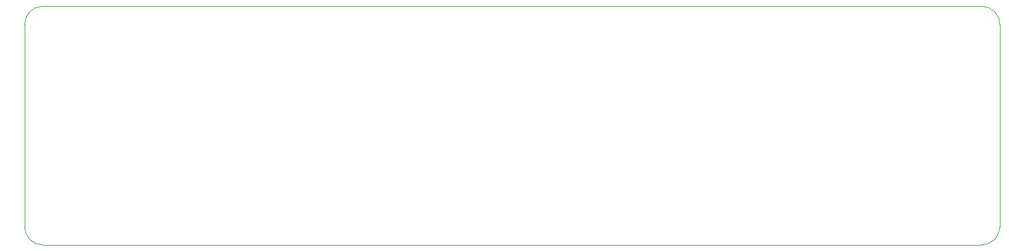
<source format=gbr>
G04 #@! TF.GenerationSoftware,KiCad,Pcbnew,(5.1.5)-3*
G04 #@! TF.CreationDate,2020-07-11T10:40:48+02:00*
G04 #@! TF.ProjectId,DNMS,444e4d53-2e6b-4696-9361-645f70636258,0.9.0*
G04 #@! TF.SameCoordinates,Original*
G04 #@! TF.FileFunction,Profile,NP*
%FSLAX46Y46*%
G04 Gerber Fmt 4.6, Leading zero omitted, Abs format (unit mm)*
G04 Created by KiCad (PCBNEW (5.1.5)-3) date 2020-07-11 10:40:48*
%MOMM*%
%LPD*%
G04 APERTURE LIST*
%ADD10C,0.050000*%
G04 APERTURE END LIST*
D10*
X60960000Y-59420000D02*
X60960000Y-87900000D01*
X198120000Y-59420000D02*
X198120000Y-87900000D01*
X195580000Y-90440000D02*
X63500000Y-90440000D01*
X63500000Y-56880000D02*
X195580000Y-56880000D01*
X60960000Y-59420000D02*
G75*
G02X63500000Y-56880000I2540000J0D01*
G01*
X63500000Y-90440000D02*
G75*
G02X60960000Y-87900000I0J2540000D01*
G01*
X198120000Y-87900000D02*
G75*
G02X195580000Y-90440000I-2540000J0D01*
G01*
X195580000Y-56880000D02*
G75*
G02X198120000Y-59420000I0J-2540000D01*
G01*
M02*

</source>
